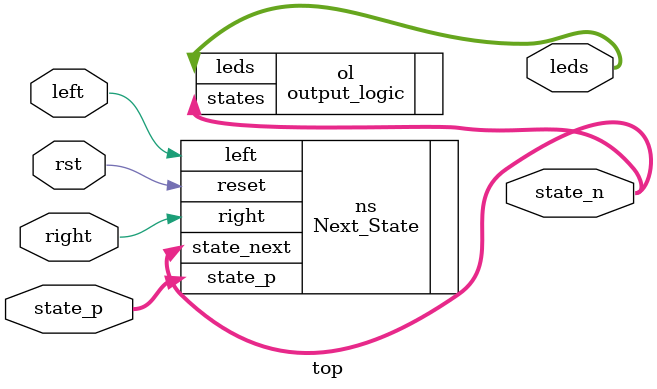
<source format=v>
`timescale 1ns / 1ps


module top(
    input left, right, rst,
    input [2:0] state_p,
    output [2:0] state_n,
    output [5:0] leds
    );
    /* 
    because test bench is combinational logic test, do not need sequential logic  
    wire clk_en;
    always @(posedge clk, posedge rst) begin         //要边沿触发就都边沿触发，不支持混用（逻辑和时序的混用）
        if(rst) begin
            state_p <= 3'b000;
        end
        else if (clk_en) begin
            state_p <= state_n;
        end                        //寄存器一定要用非阻塞赋值，阻塞赋值，该条语句执行完才向下执行，无法将现有的状态向下一级.
    end 
    */
    Next_State ns (.left(left), .right(right), .reset(rst), .state_next(state_n), .state_p(state_p));
    output_logic ol (.states(state_n), .leds(leds));            //因为改变了图的样子，转为了纯逻辑电路，所以这里的连接也要改
endmodule

</source>
